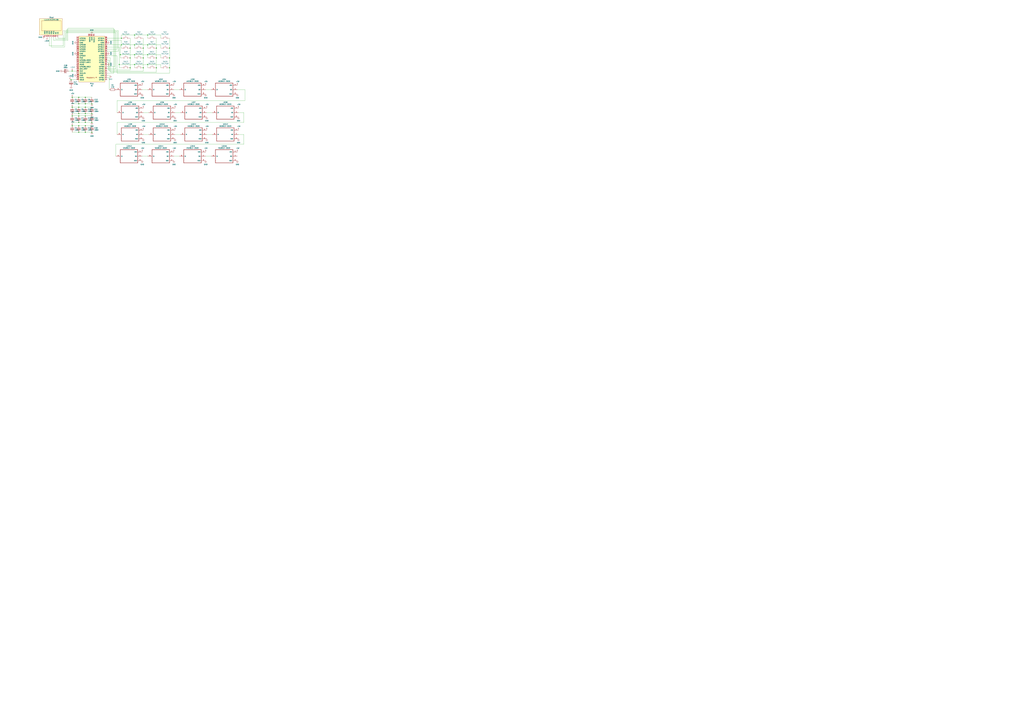
<source format=kicad_sch>
(kicad_sch (version 20211123) (generator eeschema)
  (paper "A0")
  (lib_symbols
    (symbol "Device:C" (pin_numbers hide) (pin_names (offset 0.254))
      (property "Reference" "C" (at 0.635 2.54 0))
      (property "Value" "C" (at 0.635 -2.54 0))
      (symbol "C_0_1"
        (polyline (pts (xy -2.032 -0.762) (xy 2.032 -0.762)) (stroke (width 0.508)))
        (polyline (pts (xy -2.032 0.762) (xy 2.032 0.762)) (stroke (width 0.508)))
      )
      (symbol "C_1_1"
        (pin passive line (at 0 3.81 270) (length 2.794) (name "~") (number "1"))
        (pin passive line (at 0 -3.81 90) (length 2.794) (name "~") (number "2"))
      )
    )
    (symbol "Device:R" (pin_numbers hide) (pin_names (offset 0))
      (property "Reference" "R" (at 2.032 0 90))
      (property "Value" "R" (at 0 0 90))
      (symbol "R_0_1"
        (rectangle (start -1.016 -2.54) (end 1.016 2.54) (stroke (width 0.254)))
      )
      (symbol "R_1_1"
        (pin passive line (at 0 3.81 270) (length 1.27) (name "~") (number "1"))
        (pin passive line (at 0 -3.81 90) (length 1.27) (name "~") (number "2"))
      )
    )
    (symbol "Switch:SW_Push" (pin_numbers hide) (pin_names (offset 1.016) hide)
      (property "Reference" "SW" (at 1.27 2.54 0))
      (property "Value" "SW_Push" (at 0 -1.524 0))
      (symbol "SW_Push_0_1"
        (circle (center -2.032 0) (radius 0.508))
        (polyline (pts (xy 0 1.27) (xy 0 3.048)))
        (polyline (pts (xy 2.54 1.27) (xy -2.54 1.27)))
        (circle (center 2.032 0) (radius 0.508))
        (pin passive line (at -5.08 0 0) (length 2.54) (name "1") (number "1"))
        (pin passive line (at 5.08 0 180) (length 2.54) (name "2") (number "2"))
      )
    )
    (symbol "picoMacro-rescue:1.3_OLED_SH1106-DisplayCustom" (pin_names (offset 1.016))
      (property "Reference" "Disp" (at -11.43 10.16 0))
      (property "Value" "1.3_OLED_SH1106-DisplayCustom" (at -12.7 -1.27 90))
      (symbol "1.3_OLED_SH1106-DisplayCustom_0_1"
        (rectangle (start -11.43 6.35) (end 11.43 -5.08))
        (rectangle (start 12.7 -10.16) (end -13.97 8.89) (fill (type background)))
      )
      (symbol "1.3_OLED_SH1106-DisplayCustom_1_1"
        (pin power_in line (at -7.62 -12.7 90) (length 2.54) (name "GND") (number "1"))
        (pin power_in line (at -5.08 -12.7 90) (length 2.54) (name "VDD") (number "2"))
        (pin input line (at -2.54 -12.7 90) (length 2.54) (name "SCK") (number "3"))
        (pin input line (at 0 -12.7 90) (length 2.54) (name "SDA") (number "4"))
        (pin input line (at 2.54 -12.7 90) (length 2.54) (name "RES") (number "5"))
        (pin input line (at 5.08 -12.7 90) (length 2.54) (name "DC") (number "6"))
        (pin input line (at 7.62 -12.7 90) (length 2.54) (name "CS") (number "7"))
      )
    )
    (symbol "picoMacro-rescue:CP-Device" (pin_numbers hide) (pin_names (offset 0.254))
      (property "Reference" "C" (at 0.635 2.54 0))
      (property "Value" "CP-Device" (at 0.635 -2.54 0))
      (symbol "CP-Device_0_1"
        (rectangle (start -2.286 0.508) (end 2.286 1.016))
        (polyline (pts (xy -1.778 2.286) (xy -0.762 2.286)))
        (polyline (pts (xy -1.27 2.794) (xy -1.27 1.778)))
        (rectangle (start 2.286 -0.508) (end -2.286 -1.016) (fill (type outline)))
      )
      (symbol "CP-Device_1_1"
        (pin passive line (at 0 3.81 270) (length 2.794) (name "~") (number "1"))
        (pin passive line (at 0 -3.81 90) (length 2.794) (name "~") (number "2"))
      )
    )
    (symbol "picoMacro-rescue:Pico-MCU_RaspberryPi_and_Boards" (pin_names (offset 1.016))
      (property "Reference" "U" (at -13.97 27.94 0))
      (property "Value" "Pico-MCU_RaspberryPi_and_Boards" (at 0 19.05 0))
      (symbol "Pico-MCU_RaspberryPi_and_Boards_0_0"
        (text "Raspberry Pi" (at 0 21.59 0) (effects (font (size 1.27 1.27))))
      )
      (symbol "Pico-MCU_RaspberryPi_and_Boards_0_1"
        (rectangle (start -15.24 26.67) (end 15.24 -26.67) (fill (type background)))
      )
      (symbol "Pico-MCU_RaspberryPi_and_Boards_1_1"
        (pin bidirectional line (at -17.78 24.13 0) (length 2.54) (name "GPIO0") (number "1"))
        (pin bidirectional line (at -17.78 1.27 0) (length 2.54) (name "GPIO7") (number "10"))
        (pin bidirectional line (at -17.78 -1.27 0) (length 2.54) (name "GPIO8") (number "11"))
        (pin bidirectional line (at -17.78 -3.81 0) (length 2.54) (name "GPIO9") (number "12"))
        (pin power_in line (at -17.78 -6.35 0) (length 2.54) (name "GND") (number "13"))
        (pin bidirectional line (at -17.78 -8.89 0) (length 2.54) (name "GPIO10") (number "14"))
        (pin bidirectional line (at -17.78 -11.43 0) (length 2.54) (name "GPIO11") (number "15"))
        (pin bidirectional line (at -17.78 -13.97 0) (length 2.54) (name "GPIO12") (number "16"))
        (pin bidirectional line (at -17.78 -16.51 0) (length 2.54) (name "GPIO13") (number "17"))
        (pin power_in line (at -17.78 -19.05 0) (length 2.54) (name "GND") (number "18"))
        (pin bidirectional line (at -17.78 -21.59 0) (length 2.54) (name "GPIO14") (number "19"))
        (pin bidirectional line (at -17.78 21.59 0) (length 2.54) (name "GPIO1") (number "2"))
        (pin bidirectional line (at -17.78 -24.13 0) (length 2.54) (name "GPIO15") (number "20"))
        (pin bidirectional line (at 17.78 -24.13 180) (length 2.54) (name "GPIO16") (number "21"))
        (pin bidirectional line (at 17.78 -21.59 180) (length 2.54) (name "GPIO17") (number "22"))
        (pin power_in line (at 17.78 -19.05 180) (length 2.54) (name "GND") (number "23"))
        (pin bidirectional line (at 17.78 -16.51 180) (length 2.54) (name "GPIO18") (number "24"))
        (pin bidirectional line (at 17.78 -13.97 180) (length 2.54) (name "GPIO19") (number "25"))
        (pin bidirectional line (at 17.78 -11.43 180) (length 2.54) (name "GPIO20") (number "26"))
        (pin bidirectional line (at 17.78 -8.89 180) (length 2.54) (name "GPIO21") (number "27"))
        (pin power_in line (at 17.78 -6.35 180) (length 2.54) (name "GND") (number "28"))
        (pin bidirectional line (at 17.78 -3.81 180) (length 2.54) (name "GPIO22") (number "29"))
        (pin power_in line (at -17.78 19.05 0) (length 2.54) (name "GND") (number "3"))
        (pin input line (at 17.78 -1.27 180) (length 2.54) (name "RUN") (number "30"))
        (pin bidirectional line (at 17.78 1.27 180) (length 2.54) (name "GPIO26_ADC0") (number "31"))
        (pin bidirectional line (at 17.78 3.81 180) (length 2.54) (name "GPIO27_ADC1") (number "32"))
        (pin power_in line (at 17.78 6.35 180) (length 2.54) (name "AGND") (number "33"))
        (pin bidirectional line (at 17.78 8.89 180) (length 2.54) (name "GPIO28_ADC2") (number "34"))
        (pin unspecified line (at 17.78 11.43 180) (length 2.54) (name "ADC_VREF") (number "35"))
        (pin unspecified line (at 17.78 13.97 180) (length 2.54) (name "3V3") (number "36"))
        (pin input line (at 17.78 16.51 180) (length 2.54) (name "3V3_EN") (number "37"))
        (pin bidirectional line (at 17.78 19.05 180) (length 2.54) (name "GND") (number "38"))
        (pin unspecified line (at 17.78 21.59 180) (length 2.54) (name "VSYS") (number "39"))
        (pin bidirectional line (at -17.78 16.51 0) (length 2.54) (name "GPIO2") (number "4"))
        (pin unspecified line (at 17.78 24.13 180) (length 2.54) (name "VBUS") (number "40"))
        (pin input line (at -2.54 -29.21 90) (length 2.54) (name "SWCLK") (number "41"))
        (pin power_in line (at 0 -29.21 90) (length 2.54) (name "GND") (number "42"))
        (pin bidirectional line (at 2.54 -29.21 90) (length 2.54) (name "SWDIO") (number "43"))
        (pin bidirectional line (at -17.78 13.97 0) (length 2.54) (name "GPIO3") (number "5"))
        (pin bidirectional line (at -17.78 11.43 0) (length 2.54) (name "GPIO4") (number "6"))
        (pin bidirectional line (at -17.78 8.89 0) (length 2.54) (name "GPIO5") (number "7"))
        (pin power_in line (at -17.78 6.35 0) (length 2.54) (name "GND") (number "8"))
        (pin bidirectional line (at -17.78 3.81 0) (length 2.54) (name "GPIO6") (number "9"))
      )
    )
    (symbol "picoMacro-rescue:WS2812-2020-WS2812-2020" (pin_names (offset 1.016))
      (property "Reference" "U" (at -10.1854 7.6454 0))
      (property "Value" "WS2812-2020-WS2812-2020" (at -10.1854 -10.1854 0))
      (symbol "WS2812-2020-WS2812-2020_0_0"
        (polyline (pts (xy -10.16 -7.62) (xy -10.16 -5.08)) (stroke (width 0.4064)))
        (polyline (pts (xy -10.16 -5.08) (xy -10.16 7.62)) (stroke (width 0.4064)))
        (polyline (pts (xy -10.16 7.62) (xy 10.16 7.62)) (stroke (width 0.4064)))
        (polyline (pts (xy 10.16 -7.62) (xy -10.16 -7.62)) (stroke (width 0.4064)))
        (polyline (pts (xy 10.16 7.62) (xy 10.16 -7.62)) (stroke (width 0.4064)))
        (pin output line (at 15.24 0 180) (length 5.08) (name "DO") (number "1"))
        (pin power_in line (at 15.24 -5.08 180) (length 5.08) (name "GND") (number "2"))
        (pin input line (at -15.24 0 0) (length 5.08) (name "DI") (number "3"))
        (pin power_in line (at 15.24 5.08 180) (length 5.08) (name "VDD") (number "4"))
      )
    )
    (symbol "power:+3V3" (power) (pin_names (offset 0))
      (property "Value" "+3V3" (at 0 3.556 0))
      (symbol "+3V3_0_1"
        (polyline (pts (xy -0.762 1.27) (xy 0 2.54)))
        (polyline (pts (xy 0 0) (xy 0 2.54)))
        (polyline (pts (xy 0 2.54) (xy 0.762 1.27)))
      )
      (symbol "+3V3_1_1"
        (pin power_in line (at 0 0 90) (length 0) hide (name "+3V3") (number "1"))
      )
    )
    (symbol "power:+5V" (power) (pin_names (offset 0))
      (property "Value" "+5V" (at 0 3.556 0))
      (symbol "+5V_0_1"
        (polyline (pts (xy -0.762 1.27) (xy 0 2.54)))
        (polyline (pts (xy 0 0) (xy 0 2.54)))
        (polyline (pts (xy 0 2.54) (xy 0.762 1.27)))
      )
      (symbol "+5V_1_1"
        (pin power_in line (at 0 0 90) (length 0) hide (name "+5V") (number "1"))
      )
    )
    (symbol "power:GND" (power) (pin_names (offset 0))
      (property "Value" "GND" (at 0 -3.81 0))
      (symbol "GND_0_1"
        (polyline (pts (xy 0 0) (xy 0 -1.27) (xy 1.27 -1.27) (xy 0 -2.54) (xy -1.27 -1.27) (xy 0 -1.27)))
      )
      (symbol "GND_1_1"
        (pin power_in line (at 0 0 270) (length 0) hide (name "GND") (number "1"))
      )
    )
  )
  (junction (at 196.85 55.88))
  (junction (at 196.85 67.31))
  (junction (at 166.37 55.88))
  (junction (at 91.44 142.24))
  (junction (at 171.45 74.93))
  (junction (at 138.43 74.93))
  (junction (at 181.61 55.88))
  (junction (at 166.37 67.31))
  (junction (at 91.44 134.62))
  (junction (at 151.13 78.74))
  (junction (at 99.06 113.03))
  (junction (at 156.21 74.93))
  (junction (at 106.68 153.67))
  (junction (at 91.44 153.67))
  (junction (at 91.44 120.65))
  (junction (at 99.06 134.62))
  (junction (at 91.44 124.46))
  (junction (at 91.44 132.08))
  (junction (at 156.21 40.64))
  (junction (at 106.68 132.08))
  (junction (at 171.45 40.64))
  (junction (at 106.68 120.65))
  (junction (at 99.06 146.05))
  (junction (at 140.97 52.07))
  (junction (at 151.13 67.31))
  (junction (at 171.45 52.07))
  (junction (at 151.13 55.88))
  (junction (at 156.21 52.07))
  (junction (at 106.68 142.24))
  (junction (at 82.55 92.71))
  (junction (at 83.82 82.55))
  (junction (at 83.82 113.03))
  (junction (at 99.06 124.46))
  (junction (at 83.82 124.46))
  (junction (at 99.06 120.65))
  (junction (at 83.82 146.05))
  (junction (at 196.85 78.74))
  (junction (at 83.82 134.62))
  (junction (at 181.61 78.74))
  (junction (at 181.61 67.31))
  (junction (at 91.44 146.05))
  (junction (at 99.06 153.67))
  (junction (at 140.97 44.45))
  (junction (at 91.44 113.03))
  (junction (at 166.37 78.74))
  (junction (at 99.06 132.08))
  (junction (at 156.21 63.5))
  (junction (at 99.06 142.24))
  (junction (at 139.7 63.5))
  (junction (at 171.45 63.5))
  (wire (pts (xy 83.82 134.62) (xy 91.44 134.62)))
  (wire (pts (xy 284.48 116.84) (xy 135.89 116.84)))
  (wire (pts (xy 151.13 67.31) (xy 151.13 78.74)))
  (wire (pts (xy 156.21 52.07) (xy 156.21 55.88)))
  (wire (pts (xy 139.7 67.31) (xy 140.97 67.31)))
  (wire (pts (xy 171.45 40.64) (xy 171.45 44.45)))
  (wire (pts (xy 151.13 78.74) (xy 151.13 81.28)))
  (wire (pts (xy 83.82 142.24) (xy 91.44 142.24)))
  (wire (pts (xy 137.16 59.69) (xy 137.16 35.56)))
  (wire (pts (xy 166.37 130.81) (xy 172.72 130.81)))
  (wire (pts (xy 67.31 44.45) (xy 67.31 43.18)))
  (wire (pts (xy 276.86 156.21) (xy 283.21 156.21)))
  (wire (pts (xy 91.44 120.65) (xy 83.82 120.65)))
  (wire (pts (xy 125.73 72.39) (xy 125.73 81.28)))
  (wire (pts (xy 238.76 181.61) (xy 245.11 181.61)))
  (wire (pts (xy 156.21 52.07) (xy 171.45 52.07)))
  (wire (pts (xy 73.66 53.34) (xy 57.15 53.34)))
  (wire (pts (xy 283.21 142.24) (xy 135.89 142.24)))
  (wire (pts (xy 127 69.85) (xy 124.46 69.85)))
  (wire (pts (xy 99.06 124.46) (xy 106.68 124.46)))
  (wire (pts (xy 83.82 124.46) (xy 91.44 124.46)))
  (wire (pts (xy 59.69 54.61) (xy 59.69 43.18)))
  (wire (pts (xy 127 82.55) (xy 127 69.85)))
  (wire (pts (xy 124.46 72.39) (xy 125.73 72.39)))
  (wire (pts (xy 135.89 36.83) (xy 74.93 36.83)))
  (wire (pts (xy 140.97 46.99) (xy 140.97 52.07)))
  (wire (pts (xy 83.82 113.03) (xy 91.44 113.03)))
  (wire (pts (xy 124.46 52.07) (xy 139.7 52.07)))
  (wire (pts (xy 156.21 74.93) (xy 156.21 78.74)))
  (wire (pts (xy 76.2 38.1) (xy 76.2 44.45)))
  (wire (pts (xy 140.97 52.07) (xy 156.21 52.07)))
  (wire (pts (xy 151.13 55.88) (xy 151.13 67.31)))
  (wire (pts (xy 91.44 134.62) (xy 99.06 134.62)))
  (wire (pts (xy 186.69 52.07) (xy 186.69 55.88)))
  (wire (pts (xy 138.43 78.74) (xy 140.97 78.74)))
  (wire (pts (xy 156.21 40.64) (xy 156.21 44.45)))
  (wire (pts (xy 124.46 54.61) (xy 138.43 54.61)))
  (wire (pts (xy 124.46 87.63) (xy 128.27 87.63)))
  (wire (pts (xy 127 90.17) (xy 127 104.14)))
  (wire (pts (xy 106.68 120.65) (xy 99.06 120.65)))
  (wire (pts (xy 62.23 46.99) (xy 62.23 43.18)))
  (wire (pts (xy 128.27 83.82) (xy 181.61 83.82)))
  (wire (pts (xy 99.06 134.62) (xy 106.68 134.62)))
  (wire (pts (xy 74.93 54.61) (xy 59.69 54.61)))
  (wire (pts (xy 80.01 82.55) (xy 83.82 82.55)))
  (wire (pts (xy 165.1 104.14) (xy 171.45 104.14)))
  (wire (pts (xy 166.37 82.55) (xy 166.37 78.74)))
  (wire (pts (xy 284.48 104.14) (xy 284.48 116.84)))
  (wire (pts (xy 76.2 44.45) (xy 67.31 44.45)))
  (wire (pts (xy 135.89 85.09) (xy 135.89 64.77)))
  (wire (pts (xy 135.89 116.84) (xy 135.89 130.81)))
  (wire (pts (xy 91.44 132.08) (xy 83.82 132.08)))
  (wire (pts (xy 138.43 74.93) (xy 138.43 78.74)))
  (wire (pts (xy 134.62 167.64) (xy 134.62 181.61)))
  (wire (pts (xy 99.06 146.05) (xy 106.68 146.05)))
  (wire (pts (xy 91.44 146.05) (xy 99.06 146.05)))
  (wire (pts (xy 203.2 130.81) (xy 209.55 130.81)))
  (wire (pts (xy 181.61 44.45) (xy 181.61 55.88)))
  (wire (pts (xy 156.21 40.64) (xy 171.45 40.64)))
  (wire (pts (xy 99.06 153.67) (xy 91.44 153.67)))
  (wire (pts (xy 171.45 74.93) (xy 171.45 78.74)))
  (wire (pts (xy 140.97 44.45) (xy 124.46 44.45)))
  (wire (pts (xy 186.69 63.5) (xy 186.69 67.31)))
  (wire (pts (xy 73.66 35.56) (xy 73.66 53.34)))
  (wire (pts (xy 82.55 92.71) (xy 88.9 92.71)))
  (wire (pts (xy 171.45 52.07) (xy 171.45 55.88)))
  (wire (pts (xy 91.44 113.03) (xy 99.06 113.03)))
  (wire (pts (xy 135.89 142.24) (xy 135.89 156.21)))
  (wire (pts (xy 165.1 181.61) (xy 171.45 181.61)))
  (wire (pts (xy 124.46 90.17) (xy 127 90.17)))
  (wire (pts (xy 171.45 63.5) (xy 171.45 67.31)))
  (wire (pts (xy 181.61 78.74) (xy 181.61 67.31)))
  (wire (pts (xy 77.47 45.72) (xy 77.47 34.29)))
  (wire (pts (xy 91.44 153.67) (xy 83.82 153.67)))
  (wire (pts (xy 171.45 63.5) (xy 186.69 63.5)))
  (wire (pts (xy 78.74 33.02) (xy 78.74 46.99)))
  (wire (pts (xy 124.46 57.15) (xy 135.89 57.15)))
  (wire (pts (xy 139.7 63.5) (xy 156.21 63.5)))
  (wire (pts (xy 166.37 67.31) (xy 166.37 78.74)))
  (wire (pts (xy 240.03 130.81) (xy 246.38 130.81)))
  (wire (pts (xy 140.97 52.07) (xy 140.97 55.88)))
  (wire (pts (xy 133.35 77.47) (xy 124.46 77.47)))
  (wire (pts (xy 77.47 34.29) (xy 133.35 34.29)))
  (wire (pts (xy 171.45 52.07) (xy 186.69 52.07)))
  (wire (pts (xy 140.97 40.64) (xy 156.21 40.64)))
  (wire (pts (xy 181.61 55.88) (xy 181.61 67.31)))
  (wire (pts (xy 283.21 130.81) (xy 283.21 142.24)))
  (wire (pts (xy 139.7 63.5) (xy 139.7 67.31)))
  (wire (pts (xy 78.74 46.99) (xy 62.23 46.99)))
  (wire (pts (xy 196.85 78.74) (xy 196.85 85.09)))
  (wire (pts (xy 140.97 44.45) (xy 140.97 40.64)))
  (wire (pts (xy 276.86 130.81) (xy 283.21 130.81)))
  (wire (pts (xy 106.68 153.67) (xy 99.06 153.67)))
  (wire (pts (xy 134.62 80.01) (xy 134.62 38.1)))
  (wire (pts (xy 166.37 82.55) (xy 127 82.55)))
  (wire (pts (xy 196.85 44.45) (xy 196.85 55.88)))
  (wire (pts (xy 133.35 34.29) (xy 133.35 77.47)))
  (wire (pts (xy 156.21 63.5) (xy 171.45 63.5)))
  (wire (pts (xy 81.28 92.71) (xy 82.55 92.71)))
  (wire (pts (xy 196.85 85.09) (xy 135.89 85.09)))
  (wire (pts (xy 166.37 156.21) (xy 172.72 156.21)))
  (wire (pts (xy 181.61 78.74) (xy 181.61 83.82)))
  (wire (pts (xy 99.06 113.03) (xy 106.68 113.03)))
  (wire (pts (xy 201.93 181.61) (xy 208.28 181.61)))
  (wire (pts (xy 171.45 74.93) (xy 186.69 74.93)))
  (wire (pts (xy 132.08 33.02) (xy 78.74 33.02)))
  (wire (pts (xy 64.77 45.72) (xy 77.47 45.72)))
  (wire (pts (xy 139.7 52.07) (xy 139.7 63.5)))
  (wire (pts (xy 124.46 46.99) (xy 140.97 46.99)))
  (wire (pts (xy 166.37 55.88) (xy 166.37 67.31)))
  (wire (pts (xy 128.27 67.31) (xy 128.27 83.82)))
  (wire (pts (xy 201.93 104.14) (xy 208.28 104.14)))
  (wire (pts (xy 196.85 55.88) (xy 196.85 67.31)))
  (wire (pts (xy 106.68 132.08) (xy 99.06 132.08)))
  (wire (pts (xy 156.21 63.5) (xy 156.21 67.31)))
  (wire (pts (xy 132.08 85.09) (xy 132.08 33.02)))
  (wire (pts (xy 275.59 104.14) (xy 284.48 104.14)))
  (wire (pts (xy 283.21 167.64) (xy 134.62 167.64)))
  (wire (pts (xy 57.15 53.34) (xy 57.15 43.18)))
  (wire (pts (xy 283.21 156.21) (xy 283.21 167.64)))
  (wire (pts (xy 64.77 43.18) (xy 64.77 45.72)))
  (wire (pts (xy 151.13 44.45) (xy 151.13 55.88)))
  (wire (pts (xy 125.73 81.28) (xy 151.13 81.28)))
  (wire (pts (xy 240.03 156.21) (xy 246.38 156.21)))
  (wire (pts (xy 138.43 54.61) (xy 138.43 74.93)))
  (wire (pts (xy 91.44 142.24) (xy 99.06 142.24)))
  (wire (pts (xy 124.46 85.09) (xy 132.08 85.09)))
  (wire (pts (xy 203.2 156.21) (xy 209.55 156.21)))
  (wire (pts (xy 135.89 64.77) (xy 124.46 64.77)))
  (wire (pts (xy 124.46 80.01) (xy 134.62 80.01)))
  (wire (pts (xy 171.45 40.64) (xy 186.69 40.64)))
  (wire (pts (xy 196.85 67.31) (xy 196.85 78.74)))
  (wire (pts (xy 156.21 74.93) (xy 171.45 74.93)))
  (wire (pts (xy 134.62 38.1) (xy 76.2 38.1)))
  (wire (pts (xy 135.89 57.15) (xy 135.89 36.83)))
  (wire (pts (xy 138.43 74.93) (xy 156.21 74.93)))
  (wire (pts (xy 91.44 124.46) (xy 99.06 124.46)))
  (wire (pts (xy 83.82 82.55) (xy 88.9 82.55)))
  (wire (pts (xy 137.16 35.56) (xy 73.66 35.56)))
  (wire (pts (xy 124.46 59.69) (xy 137.16 59.69)))
  (wire (pts (xy 186.69 40.64) (xy 186.69 44.45)))
  (wire (pts (xy 166.37 44.45) (xy 166.37 55.88)))
  (wire (pts (xy 83.82 146.05) (xy 91.44 146.05)))
  (wire (pts (xy 99.06 120.65) (xy 91.44 120.65)))
  (wire (pts (xy 99.06 142.24) (xy 106.68 142.24)))
  (wire (pts (xy 74.93 36.83) (xy 74.93 54.61)))
  (wire (pts (xy 99.06 132.08) (xy 91.44 132.08)))
  (wire (pts (xy 124.46 67.31) (xy 128.27 67.31)))
  (wire (pts (xy 238.76 104.14) (xy 245.11 104.14)))
  (wire (pts (xy 186.69 74.93) (xy 186.69 78.74)))
  (symbol (lib_id "picoMacro-rescue:Pico-MCU_RaspberryPi_and_Boards") (at 106.68 68.58 180) (unit 1)
    (property "Reference" "U1" (at 106.68 99.441 0))
    (property "Value" "Pico" (at 106.68 97.1296 0))
    (property "Footprint" "MCU_RaspberryPi_and_Boards:RPi_Pico_SMD_TH" (effects hide))
  )
  (symbol (lib_id "Switch:SW_Push") (at 146.05 44.45 0) (unit 1)
    (property "Reference" "SW1" (at 146.05 37.211 0))
    (property "Value" "SW_Push" (at 146.05 39.5224 0))
    (property "Footprint" "Button_Switch_Keyboard:SW_Cherry_MX_1.00u_PCB" (effects hide))
  )
  (symbol (lib_id "Switch:SW_Push") (at 161.29 44.45 0) (unit 1)
    (property "Reference" "SW2" (at 161.29 37.211 0))
    (property "Value" "SW_Push" (at 161.29 39.5224 0))
    (property "Footprint" "Button_Switch_Keyboard:SW_Cherry_MX_1.00u_PCB" (effects hide))
  )
  (symbol (lib_id "Switch:SW_Push") (at 176.53 44.45 0) (unit 1)
    (property "Reference" "SW3" (at 176.53 37.211 0))
    (property "Value" "SW_Push" (at 176.53 39.5224 0))
    (property "Footprint" "Button_Switch_Keyboard:SW_Cherry_MX_1.00u_PCB" (effects hide))
  )
  (symbol (lib_id "Switch:SW_Push") (at 191.77 44.45 0) (unit 1)
    (property "Reference" "SW4" (at 191.77 37.211 0))
    (property "Value" "SW_Push" (at 191.77 39.5224 0))
    (property "Footprint" "Button_Switch_Keyboard:SW_Cherry_MX_1.00u_PCB" (effects hide))
  )
  (symbol (lib_id "Switch:SW_Push") (at 146.05 55.88 0) (unit 1)
    (property "Reference" "SW5" (at 146.05 48.641 0))
    (property "Value" "SW_Push" (at 146.05 50.9524 0))
    (property "Footprint" "Button_Switch_Keyboard:SW_Cherry_MX_1.00u_PCB" (effects hide))
  )
  (symbol (lib_id "Switch:SW_Push") (at 161.29 55.88 0) (unit 1)
    (property "Reference" "SW6" (at 161.29 48.641 0))
    (property "Value" "SW_Push" (at 161.29 50.9524 0))
    (property "Footprint" "Button_Switch_Keyboard:SW_Cherry_MX_1.00u_PCB" (effects hide))
  )
  (symbol (lib_id "Switch:SW_Push") (at 176.53 55.88 0) (unit 1)
    (property "Reference" "SW7" (at 176.53 48.641 0))
    (property "Value" "SW_Push" (at 176.53 50.9524 0))
    (property "Footprint" "Button_Switch_Keyboard:SW_Cherry_MX_1.00u_PCB" (effects hide))
  )
  (symbol (lib_id "Switch:SW_Push") (at 191.77 55.88 0) (unit 1)
    (property "Reference" "SW8" (at 191.77 48.641 0))
    (property "Value" "SW_Push" (at 191.77 50.9524 0))
    (property "Footprint" "Button_Switch_Keyboard:SW_Cherry_MX_1.00u_PCB" (effects hide))
  )
  (symbol (lib_id "Switch:SW_Push") (at 146.05 67.31 0) (unit 1)
    (property "Reference" "SW9" (at 146.05 60.071 0))
    (property "Value" "SW_Push" (at 146.05 62.3824 0))
    (property "Footprint" "Button_Switch_Keyboard:SW_Cherry_MX_1.00u_PCB" (effects hide))
  )
  (symbol (lib_id "Switch:SW_Push") (at 161.29 67.31 0) (unit 1)
    (property "Reference" "SW10" (at 161.29 60.071 0))
    (property "Value" "SW_Push" (at 161.29 62.3824 0))
    (property "Footprint" "Button_Switch_Keyboard:SW_Cherry_MX_1.00u_PCB" (effects hide))
  )
  (symbol (lib_id "Switch:SW_Push") (at 176.53 67.31 0) (unit 1)
    (property "Reference" "SW11" (at 176.53 60.071 0))
    (property "Value" "SW_Push" (at 176.53 62.3824 0))
    (property "Footprint" "Button_Switch_Keyboard:SW_Cherry_MX_1.00u_PCB" (effects hide))
  )
  (symbol (lib_id "Switch:SW_Push") (at 191.77 67.31 0) (unit 1)
    (property "Reference" "SW12" (at 191.77 60.071 0))
    (property "Value" "SW_Push" (at 191.77 62.3824 0))
    (property "Footprint" "Button_Switch_Keyboard:SW_Cherry_MX_1.00u_PCB" (effects hide))
  )
  (symbol (lib_id "Switch:SW_Push") (at 146.05 78.74 0) (unit 1)
    (property "Reference" "SW13" (at 146.05 71.501 0))
    (property "Value" "SW_Push" (at 146.05 73.8124 0))
    (property "Footprint" "Button_Switch_Keyboard:SW_Cherry_MX_1.00u_PCB" (effects hide))
  )
  (symbol (lib_id "Switch:SW_Push") (at 161.29 78.74 0) (unit 1)
    (property "Reference" "SW14" (at 161.29 71.501 0))
    (property "Value" "SW_Push" (at 161.29 73.8124 0))
    (property "Footprint" "Button_Switch_Keyboard:SW_Cherry_MX_1.00u_PCB" (effects hide))
  )
  (symbol (lib_id "Switch:SW_Push") (at 176.53 78.74 0) (unit 1)
    (property "Reference" "SW15" (at 176.53 71.501 0))
    (property "Value" "SW_Push" (at 176.53 73.8124 0))
    (property "Footprint" "Button_Switch_Keyboard:SW_Cherry_MX_1.00u_PCB" (effects hide))
  )
  (symbol (lib_id "Switch:SW_Push") (at 191.77 78.74 0) (unit 1)
    (property "Reference" "SW16" (at 191.77 71.501 0))
    (property "Value" "SW_Push" (at 191.77 73.8124 0))
    (property "Footprint" "Button_Switch_Keyboard:SW_Cherry_MX_1.00u_PCB" (effects hide))
  )
  (symbol (lib_id "picoMacro-rescue:1.3_OLED_SH1106-DisplayCustom") (at 59.69 30.48 0) (unit 1)
    (property "Reference" "Disp1" (at 57.15 20.32 0) (effects (justify left)))
    (property "Value" "1.3_OLED_SH1106" (at 50.8 22.86 0) (effects (justify left)))
    (property "Footprint" "Connector_PinHeader_2.54mm:PinHeader_1x07_P2.54mm_Vertical" (effects hide))
  )
  (symbol (lib_id "power:GND") (at 128.27 87.63 0) (unit 1)
    (property "Reference" "#PWR0102" (effects hide))
    (property "Value" "GND" (at 128.397 92.0242 0))
  )
  (symbol (lib_id "power:+5V") (at 81.28 92.71 0) (unit 1)
    (property "Reference" "#PWR0103" (effects hide))
    (property "Value" "+5V" (at 81.661 88.3158 0))
  )
  (symbol (lib_id "power:+3V3") (at 83.82 82.55 0) (unit 1)
    (property "Reference" "#PWR0145" (effects hide))
    (property "Value" "+3V3" (at 84.201 78.1558 0))
  )
  (symbol (lib_id "power:+3V3") (at 54.61 43.18 180) (unit 1)
    (property "Reference" "#PWR0146" (effects hide))
    (property "Value" "+3V3" (at 54.229 47.5742 0))
  )
  (symbol (lib_id "power:GND") (at 52.07 43.18 270) (unit 1)
    (property "Reference" "#PWR0147" (effects hide))
    (property "Value" "GND" (at 48.8188 43.307 90) (effects (justify right)))
  )
  (symbol (lib_id "Device:R") (at 130.81 104.14 270) (unit 1)
    (property "Reference" "R1" (at 130.81 98.8822 90))
    (property "Value" "470" (at 130.81 101.1936 90))
    (property "Footprint" "Resistor_SMD:R_0603_1608Metric_Pad0.98x0.95mm_HandSolder" (effects hide))
  )
  (symbol (lib_id "Device:C") (at 83.82 116.84 0) (unit 1)
    (property "Reference" "C1" (at 86.741 115.6716 0) (effects (justify left)))
    (property "Value" "100n" (at 86.741 117.983 0) (effects (justify left)))
    (property "Footprint" "Capacitor_SMD:C_0603_1608Metric_Pad1.08x0.95mm_HandSolder" (effects hide))
  )
  (symbol (lib_id "Device:C") (at 91.44 116.84 0) (unit 1)
    (property "Reference" "C5" (at 94.361 115.6716 0) (effects (justify left)))
    (property "Value" "100n" (at 94.361 117.983 0) (effects (justify left)))
    (property "Footprint" "Capacitor_SMD:C_0603_1608Metric_Pad1.08x0.95mm_HandSolder" (effects hide))
  )
  (symbol (lib_id "Device:C") (at 99.06 116.84 0) (unit 1)
    (property "Reference" "C9" (at 101.981 115.6716 0) (effects (justify left)))
    (property "Value" "100n" (at 101.981 117.983 0) (effects (justify left)))
    (property "Footprint" "Capacitor_SMD:C_0603_1608Metric_Pad1.08x0.95mm_HandSolder" (effects hide))
  )
  (symbol (lib_id "Device:C") (at 106.68 116.84 0) (unit 1)
    (property "Reference" "C13" (at 109.601 115.6716 0) (effects (justify left)))
    (property "Value" "100n" (at 109.601 117.983 0) (effects (justify left)))
    (property "Footprint" "Capacitor_SMD:C_0603_1608Metric_Pad1.08x0.95mm_HandSolder" (effects hide))
  )
  (symbol (lib_id "Device:C") (at 83.82 128.27 0) (unit 1)
    (property "Reference" "C2" (at 86.741 127.1016 0) (effects (justify left)))
    (property "Value" "100n" (at 86.741 129.413 0) (effects (justify left)))
    (property "Footprint" "Capacitor_SMD:C_0603_1608Metric_Pad1.08x0.95mm_HandSolder" (effects hide))
  )
  (symbol (lib_id "Device:C") (at 91.44 128.27 0) (unit 1)
    (property "Reference" "C6" (at 94.361 127.1016 0) (effects (justify left)))
    (property "Value" "100n" (at 94.361 129.413 0) (effects (justify left)))
    (property "Footprint" "Capacitor_SMD:C_0603_1608Metric_Pad1.08x0.95mm_HandSolder" (effects hide))
  )
  (symbol (lib_id "Device:C") (at 99.06 128.27 0) (unit 1)
    (property "Reference" "C10" (at 101.981 127.1016 0) (effects (justify left)))
    (property "Value" "100n" (at 101.981 129.413 0) (effects (justify left)))
    (property "Footprint" "Capacitor_SMD:C_0603_1608Metric_Pad1.08x0.95mm_HandSolder" (effects hide))
  )
  (symbol (lib_id "Device:C") (at 106.68 128.27 0) (unit 1)
    (property "Reference" "C14" (at 109.601 127.1016 0) (effects (justify left)))
    (property "Value" "100n" (at 109.601 129.413 0) (effects (justify left)))
    (property "Footprint" "Capacitor_SMD:C_0603_1608Metric_Pad1.08x0.95mm_HandSolder" (effects hide))
  )
  (symbol (lib_id "Device:C") (at 83.82 138.43 0) (unit 1)
    (property "Reference" "C3" (at 86.741 137.2616 0) (effects (justify left)))
    (property "Value" "100n" (at 86.741 139.573 0) (effects (justify left)))
    (property "Footprint" "Capacitor_SMD:C_0603_1608Metric_Pad1.08x0.95mm_HandSolder" (effects hide))
  )
  (symbol (lib_id "Device:C") (at 91.44 138.43 0) (unit 1)
    (property "Reference" "C7" (at 94.361 137.2616 0) (effects (justify left)))
    (property "Value" "100n" (at 94.361 139.573 0) (effects (justify left)))
    (property "Footprint" "Capacitor_SMD:C_0603_1608Metric_Pad1.08x0.95mm_HandSolder" (effects hide))
  )
  (symbol (lib_id "Device:C") (at 99.06 138.43 0) (unit 1)
    (property "Reference" "C11" (at 101.981 137.2616 0) (effects (justify left)))
    (property "Value" "100n" (at 101.981 139.573 0) (effects (justify left)))
    (property "Footprint" "Capacitor_SMD:C_0603_1608Metric_Pad1.08x0.95mm_HandSolder" (effects hide))
  )
  (symbol (lib_id "Device:C") (at 106.68 138.43 0) (unit 1)
    (property "Reference" "C15" (at 109.601 137.2616 0) (effects (justify left)))
    (property "Value" "100n" (at 109.601 139.573 0) (effects (justify left)))
    (property "Footprint" "Capacitor_SMD:C_0603_1608Metric_Pad1.08x0.95mm_HandSolder" (effects hide))
  )
  (symbol (lib_id "Device:C") (at 83.82 149.86 0) (unit 1)
    (property "Reference" "C4" (at 86.741 148.6916 0) (effects (justify left)))
    (property "Value" "100n" (at 86.741 151.003 0) (effects (justify left)))
    (property "Footprint" "Capacitor_SMD:C_0603_1608Metric_Pad1.08x0.95mm_HandSolder" (effects hide))
  )
  (symbol (lib_id "Device:C") (at 91.44 149.86 0) (unit 1)
    (property "Reference" "C8" (at 94.361 148.6916 0) (effects (justify left)))
    (property "Value" "100n" (at 94.361 151.003 0) (effects (justify left)))
    (property "Footprint" "Capacitor_SMD:C_0603_1608Metric_Pad1.08x0.95mm_HandSolder" (effects hide))
  )
  (symbol (lib_id "Device:C") (at 99.06 149.86 0) (unit 1)
    (property "Reference" "C12" (at 101.981 148.6916 0) (effects (justify left)))
    (property "Value" "100n" (at 101.981 151.003 0) (effects (justify left)))
    (property "Footprint" "Capacitor_SMD:C_0603_1608Metric_Pad1.08x0.95mm_HandSolder" (effects hide))
  )
  (symbol (lib_id "Device:C") (at 106.68 149.86 0) (unit 1)
    (property "Reference" "C16" (at 109.601 148.6916 0) (effects (justify left)))
    (property "Value" "100n" (at 109.601 151.003 0) (effects (justify left)))
    (property "Footprint" "Capacitor_SMD:C_0603_1608Metric_Pad1.08x0.95mm_HandSolder" (effects hide))
  )
  (symbol (lib_id "power:GND") (at 106.68 153.67 0) (unit 1)
    (property "Reference" "#PWR0135" (effects hide))
    (property "Value" "GND" (at 106.807 158.0642 0))
  )
  (symbol (lib_id "power:GND") (at 106.68 142.24 0) (unit 1)
    (property "Reference" "#PWR0136" (effects hide))
    (property "Value" "GND" (at 106.807 146.6342 0))
  )
  (symbol (lib_id "power:GND") (at 106.68 132.08 0) (unit 1)
    (property "Reference" "#PWR0137" (effects hide))
    (property "Value" "GND" (at 106.807 136.4742 0))
  )
  (symbol (lib_id "power:GND") (at 106.68 120.65 0) (unit 1)
    (property "Reference" "#PWR0138" (effects hide))
    (property "Value" "GND" (at 106.807 125.0442 0))
  )
  (symbol (lib_id "power:+5V") (at 83.82 124.46 0) (unit 1)
    (property "Reference" "#PWR0139" (effects hide))
    (property "Value" "+5V" (at 84.201 120.0658 0))
  )
  (symbol (lib_id "power:+5V") (at 83.82 113.03 0) (unit 1)
    (property "Reference" "#PWR0140" (effects hide))
    (property "Value" "+5V" (at 84.201 108.6358 0))
  )
  (symbol (lib_id "power:+5V") (at 83.82 134.62 0) (unit 1)
    (property "Reference" "#PWR0141" (effects hide))
    (property "Value" "+5V" (at 84.201 130.2258 0))
  )
  (symbol (lib_id "power:+5V") (at 83.82 146.05 0) (unit 1)
    (property "Reference" "#PWR0142" (effects hide))
    (property "Value" "+5V" (at 84.201 141.6558 0))
  )
  (symbol (lib_id "picoMacro-rescue:CP-Device") (at 82.55 96.52 0) (unit 1)
    (property "Reference" "C17" (at 85.5472 95.3516 0) (effects (justify left)))
    (property "Value" "470u" (at 85.5472 97.663 0) (effects (justify left)))
    (property "Footprint" "Capacitor_SMD:CP_Elec_10x10" (effects hide))
  )
  (symbol (lib_id "power:GND") (at 82.55 100.33 0) (unit 1)
    (property "Reference" "#PWR0143" (effects hide))
    (property "Value" "GND" (at 82.677 104.7242 0))
  )
  (symbol (lib_id "picoMacro-rescue:CP-Device") (at 76.2 82.55 270) (unit 1)
    (property "Reference" "C18" (at 76.2 76.073 90))
    (property "Value" "100u" (at 76.2 78.3844 90))
    (property "Footprint" "Capacitor_SMD:CP_Elec_10x10" (effects hide))
  )
  (symbol (lib_id "power:GND") (at 72.39 82.55 270) (unit 1)
    (property "Reference" "#PWR0144" (effects hide))
    (property "Value" "GND" (at 69.1388 82.677 90) (effects (justify right)))
  )
  (symbol (lib_id "picoMacro-rescue:WS2812-2020-WS2812-2020") (at 149.86 104.14 0) (unit 1)
    (property "Reference" "LED1" (at 149.86 92.202 0))
    (property "Value" "WS2812-2020" (at 149.86 94.5134 0))
    (property "Footprint" "picoMacro:LED_WS2812-2020" (effects hide))
  )
  (symbol (lib_id "picoMacro-rescue:WS2812-2020-WS2812-2020") (at 186.69 104.14 0) (unit 1)
    (property "Reference" "LED2" (at 186.69 92.202 0))
    (property "Value" "WS2812-2020" (at 186.69 94.5134 0))
    (property "Footprint" "picoMacro:LED_WS2812-2020" (effects hide))
  )
  (symbol (lib_id "picoMacro-rescue:WS2812-2020-WS2812-2020") (at 223.52 104.14 0) (unit 1)
    (property "Reference" "LED3" (at 223.52 92.202 0))
    (property "Value" "WS2812-2020" (at 223.52 94.5134 0))
    (property "Footprint" "picoMacro:LED_WS2812-2020" (effects hide))
  )
  (symbol (lib_id "power:GND") (at 165.1 109.22 0) (unit 1)
    (property "Reference" "#PWR0101" (effects hide))
    (property "Value" "GND" (at 165.227 113.6142 0))
  )
  (symbol (lib_id "power:GND") (at 201.93 109.22 0) (unit 1)
    (property "Reference" "#PWR0104" (effects hide))
    (property "Value" "GND" (at 202.057 113.6142 0))
  )
  (symbol (lib_id "power:GND") (at 238.76 109.22 0) (unit 1)
    (property "Reference" "#PWR0105" (effects hide))
    (property "Value" "GND" (at 238.887 113.6142 0))
  )
  (symbol (lib_id "power:+5V") (at 165.1 99.06 0) (unit 1)
    (property "Reference" "#PWR0106" (effects hide))
    (property "Value" "+5V" (at 165.481 94.6658 0))
  )
  (symbol (lib_id "power:+5V") (at 201.93 99.06 0) (unit 1)
    (property "Reference" "#PWR0107" (effects hide))
    (property "Value" "+5V" (at 202.311 94.6658 0))
  )
  (symbol (lib_id "power:+5V") (at 238.76 99.06 0) (unit 1)
    (property "Reference" "#PWR0108" (effects hide))
    (property "Value" "+5V" (at 239.141 94.6658 0))
  )
  (symbol (lib_id "picoMacro-rescue:WS2812-2020-WS2812-2020") (at 260.35 104.14 0) (unit 1)
    (property "Reference" "LED4" (at 260.35 92.202 0))
    (property "Value" "WS2812-2020" (at 260.35 94.5134 0))
    (property "Footprint" "picoMacro:LED_WS2812-2020" (effects hide))
  )
  (symbol (lib_id "power:GND") (at 275.59 109.22 0) (unit 1)
    (property "Reference" "#PWR0109" (effects hide))
    (property "Value" "GND" (at 275.717 113.6142 0))
  )
  (symbol (lib_id "power:+5V") (at 275.59 99.06 0) (unit 1)
    (property "Reference" "#PWR0110" (effects hide))
    (property "Value" "+5V" (at 275.971 94.6658 0))
  )
  (symbol (lib_id "picoMacro-rescue:WS2812-2020-WS2812-2020") (at 151.13 130.81 0) (unit 1)
    (property "Reference" "LED5" (at 151.13 118.872 0))
    (property "Value" "WS2812-2020" (at 151.13 121.1834 0))
    (property "Footprint" "picoMacro:LED_WS2812-2020" (effects hide))
  )
  (symbol (lib_id "picoMacro-rescue:WS2812-2020-WS2812-2020") (at 187.96 130.81 0) (unit 1)
    (property "Reference" "LED6" (at 187.96 118.872 0))
    (property "Value" "WS2812-2020" (at 187.96 121.1834 0))
    (property "Footprint" "picoMacro:LED_WS2812-2020" (effects hide))
  )
  (symbol (lib_id "picoMacro-rescue:WS2812-2020-WS2812-2020") (at 224.79 130.81 0) (unit 1)
    (property "Reference" "LED7" (at 224.79 118.872 0))
    (property "Value" "WS2812-2020" (at 224.79 121.1834 0))
    (property "Footprint" "picoMacro:LED_WS2812-2020" (effects hide))
  )
  (symbol (lib_id "power:GND") (at 166.37 135.89 0) (unit 1)
    (property "Reference" "#PWR0111" (effects hide))
    (property "Value" "GND" (at 166.497 140.2842 0))
  )
  (symbol (lib_id "power:GND") (at 203.2 135.89 0) (unit 1)
    (property "Reference" "#PWR0112" (effects hide))
    (property "Value" "GND" (at 203.327 140.2842 0))
  )
  (symbol (lib_id "power:GND") (at 240.03 135.89 0) (unit 1)
    (property "Reference" "#PWR0113" (effects hide))
    (property "Value" "GND" (at 240.157 140.2842 0))
  )
  (symbol (lib_id "power:+5V") (at 166.37 125.73 0) (unit 1)
    (property "Reference" "#PWR0114" (effects hide))
    (property "Value" "+5V" (at 166.751 121.3358 0))
  )
  (symbol (lib_id "power:+5V") (at 203.2 125.73 0) (unit 1)
    (property "Reference" "#PWR0115" (effects hide))
    (property "Value" "+5V" (at 203.581 121.3358 0))
  )
  (symbol (lib_id "power:+5V") (at 240.03 125.73 0) (unit 1)
    (property "Reference" "#PWR0116" (effects hide))
    (property "Value" "+5V" (at 240.411 121.3358 0))
  )
  (symbol (lib_id "picoMacro-rescue:WS2812-2020-WS2812-2020") (at 261.62 130.81 0) (unit 1)
    (property "Reference" "LED8" (at 261.62 118.872 0))
    (property "Value" "WS2812-2020" (at 261.62 121.1834 0))
    (property "Footprint" "picoMacro:LED_WS2812-2020" (effects hide))
  )
  (symbol (lib_id "power:GND") (at 276.86 135.89 0) (unit 1)
    (property "Reference" "#PWR0117" (effects hide))
    (property "Value" "GND" (at 276.987 140.2842 0))
  )
  (symbol (lib_id "power:+5V") (at 276.86 125.73 0) (unit 1)
    (property "Reference" "#PWR0118" (effects hide))
    (property "Value" "+5V" (at 277.241 121.3358 0))
  )
  (symbol (lib_id "picoMacro-rescue:WS2812-2020-WS2812-2020") (at 151.13 156.21 0) (unit 1)
    (property "Reference" "LED9" (at 151.13 144.272 0))
    (property "Value" "WS2812-2020" (at 151.13 146.5834 0))
    (property "Footprint" "picoMacro:LED_WS2812-2020" (effects hide))
  )
  (symbol (lib_id "picoMacro-rescue:WS2812-2020-WS2812-2020") (at 187.96 156.21 0) (unit 1)
    (property "Reference" "LED10" (at 187.96 144.272 0))
    (property "Value" "WS2812-2020" (at 187.96 146.5834 0))
    (property "Footprint" "picoMacro:LED_WS2812-2020" (effects hide))
  )
  (symbol (lib_id "picoMacro-rescue:WS2812-2020-WS2812-2020") (at 224.79 156.21 0) (unit 1)
    (property "Reference" "LED11" (at 224.79 144.272 0))
    (property "Value" "WS2812-2020" (at 224.79 146.5834 0))
    (property "Footprint" "picoMacro:LED_WS2812-2020" (effects hide))
  )
  (symbol (lib_id "power:GND") (at 166.37 161.29 0) (unit 1)
    (property "Reference" "#PWR0119" (effects hide))
    (property "Value" "GND" (at 166.497 165.6842 0))
  )
  (symbol (lib_id "power:GND") (at 203.2 161.29 0) (unit 1)
    (property "Reference" "#PWR0120" (effects hide))
    (property "Value" "GND" (at 203.327 165.6842 0))
  )
  (symbol (lib_id "power:GND") (at 240.03 161.29 0) (unit 1)
    (property "Reference" "#PWR0121" (effects hide))
    (property "Value" "GND" (at 240.157 165.6842 0))
  )
  (symbol (lib_id "power:+5V") (at 166.37 151.13 0) (unit 1)
    (property "Reference" "#PWR0122" (effects hide))
    (property "Value" "+5V" (at 166.751 146.7358 0))
  )
  (symbol (lib_id "power:+5V") (at 203.2 151.13 0) (unit 1)
    (property "Reference" "#PWR0123" (effects hide))
    (property "Value" "+5V" (at 203.581 146.7358 0))
  )
  (symbol (lib_id "power:+5V") (at 240.03 151.13 0) (unit 1)
    (property "Reference" "#PWR0124" (effects hide))
    (property "Value" "+5V" (at 240.411 146.7358 0))
  )
  (symbol (lib_id "picoMacro-rescue:WS2812-2020-WS2812-2020") (at 261.62 156.21 0) (unit 1)
    (property "Reference" "LED12" (at 261.62 144.272 0))
    (property "Value" "WS2812-2020" (at 261.62 146.5834 0))
    (property "Footprint" "picoMacro:LED_WS2812-2020" (effects hide))
  )
  (symbol (lib_id "power:GND") (at 276.86 161.29 0) (unit 1)
    (property "Reference" "#PWR0125" (effects hide))
    (property "Value" "GND" (at 276.987 165.6842 0))
  )
  (symbol (lib_id "power:+5V") (at 276.86 151.13 0) (unit 1)
    (property "Reference" "#PWR0126" (effects hide))
    (property "Value" "+5V" (at 277.241 146.7358 0))
  )
  (symbol (lib_id "picoMacro-rescue:WS2812-2020-WS2812-2020") (at 149.86 181.61 0) (unit 1)
    (property "Reference" "LED13" (at 149.86 169.672 0))
    (property "Value" "WS2812-2020" (at 149.86 171.9834 0))
    (property "Footprint" "picoMacro:LED_WS2812-2020" (effects hide))
  )
  (symbol (lib_id "picoMacro-rescue:WS2812-2020-WS2812-2020") (at 186.69 181.61 0) (unit 1)
    (property "Reference" "LED14" (at 186.69 169.672 0))
    (property "Value" "WS2812-2020" (at 186.69 171.9834 0))
    (property "Footprint" "picoMacro:LED_WS2812-2020" (effects hide))
  )
  (symbol (lib_id "picoMacro-rescue:WS2812-2020-WS2812-2020") (at 223.52 181.61 0) (unit 1)
    (property "Reference" "LED15" (at 223.52 169.672 0))
    (property "Value" "WS2812-2020" (at 223.52 171.9834 0))
    (property "Footprint" "picoMacro:LED_WS2812-2020" (effects hide))
  )
  (symbol (lib_id "power:GND") (at 165.1 186.69 0) (unit 1)
    (property "Reference" "#PWR0127" (effects hide))
    (property "Value" "GND" (at 165.227 191.0842 0))
  )
  (symbol (lib_id "power:GND") (at 201.93 186.69 0) (unit 1)
    (property "Reference" "#PWR0128" (effects hide))
    (property "Value" "GND" (at 202.057 191.0842 0))
  )
  (symbol (lib_id "power:GND") (at 238.76 186.69 0) (unit 1)
    (property "Reference" "#PWR0129" (effects hide))
    (property "Value" "GND" (at 238.887 191.0842 0))
  )
  (symbol (lib_id "power:+5V") (at 165.1 176.53 0) (unit 1)
    (property "Reference" "#PWR0130" (effects hide))
    (property "Value" "+5V" (at 165.481 172.1358 0))
  )
  (symbol (lib_id "power:+5V") (at 201.93 176.53 0) (unit 1)
    (property "Reference" "#PWR0131" (effects hide))
    (property "Value" "+5V" (at 202.311 172.1358 0))
  )
  (symbol (lib_id "power:+5V") (at 238.76 176.53 0) (unit 1)
    (property "Reference" "#PWR0132" (effects hide))
    (property "Value" "+5V" (at 239.141 172.1358 0))
  )
  (symbol (lib_id "picoMacro-rescue:WS2812-2020-WS2812-2020") (at 260.35 181.61 0) (unit 1)
    (property "Reference" "LED16" (at 260.35 169.672 0))
    (property "Value" "WS2812-2020" (at 260.35 171.9834 0))
    (property "Footprint" "picoMacro:LED_WS2812-2020" (effects hide))
  )
  (symbol (lib_id "power:GND") (at 275.59 186.69 0) (unit 1)
    (property "Reference" "#PWR0133" (effects hide))
    (property "Value" "GND" (at 275.717 191.0842 0))
  )
  (symbol (lib_id "power:+5V") (at 275.59 176.53 0) (unit 1)
    (property "Reference" "#PWR0134" (effects hide))
    (property "Value" "+5V" (at 275.971 172.1358 0))
  )
  (symbol (lib_id "power:GND") (at 88.9 87.63 270) (unit 1)
    (property "Reference" "#PWR?" (effects hide))
    (property "Value" "GND" (at 84.5058 87.757 0))
  )
  (symbol (lib_id "power:GND") (at 88.9 62.23 270) (unit 1)
    (property "Reference" "#PWR?" (effects hide))
    (property "Value" "GND" (at 84.5058 62.357 0))
  )
  (symbol (lib_id "power:GND") (at 88.9 49.53 270) (unit 1)
    (property "Reference" "#PWR?" (effects hide))
    (property "Value" "GND" (at 84.5058 49.657 0))
  )
  (symbol (lib_id "power:GND") (at 124.46 62.23 90) (unit 1)
    (property "Reference" "#PWR?" (effects hide))
    (property "Value" "GND" (at 128.8542 62.103 0))
  )
  (symbol (lib_id "power:GND") (at 124.46 49.53 90) (unit 1)
    (property "Reference" "#PWR?" (effects hide))
    (property "Value" "GND" (at 128.8542 49.403 0))
  )
  (symbol (lib_id "power:GND") (at 124.46 74.93 90) (unit 1)
    (property "Reference" "#PWR?" (effects hide))
    (property "Value" "GND" (at 128.8542 74.803 0))
  )
  (symbol (lib_id "power:GND") (at 106.68 39.37 180) (unit 1)
    (property "Reference" "#PWR?" (effects hide))
    (property "Value" "GND" (at 106.553 34.9758 0))
  )
)
</source>
